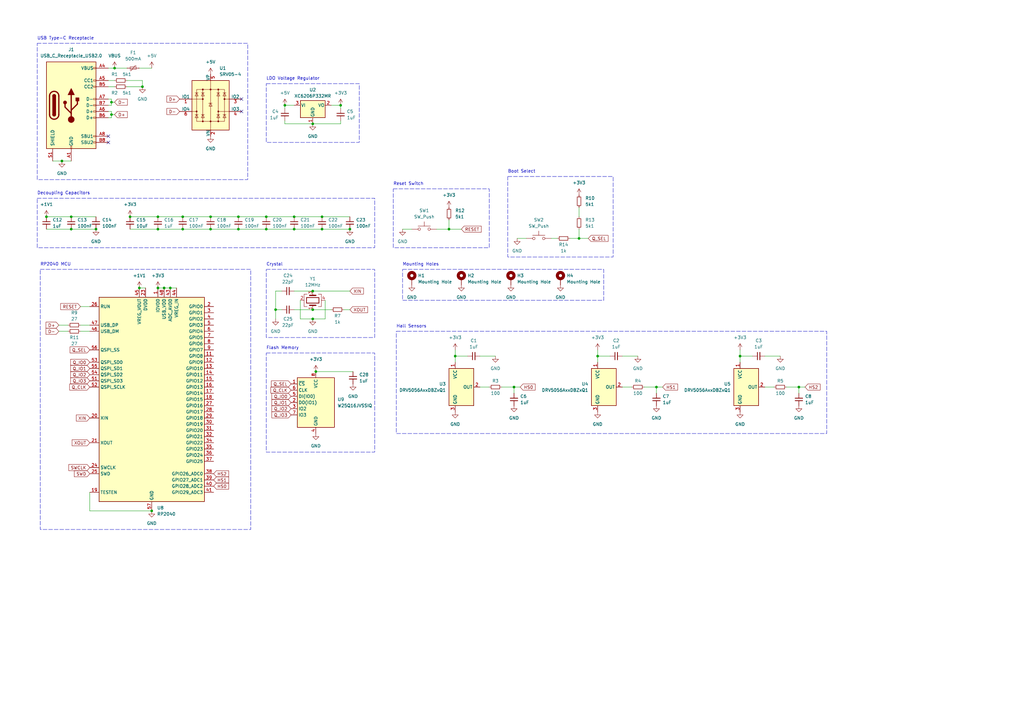
<source format=kicad_sch>
(kicad_sch (version 20231120) (generator "eeschema") (generator_version "8.0")
  (paper "A3")
  (title_block (title "Cloverpad HE") (rev "1"))
  (lib_symbols
    (symbol "Connector:USB_C_Receptacle_USB2.0" (pin_names (offset 1.016))
      (property "Reference" "J" (at -10.16 19.05 0))
      (property "Value" "USB_C_Receptacle_USB2.0" (at 19.05 19.05 0))
      (symbol "USB_C_Receptacle_USB2.0_1_1"
        (pin passive line (at 0 -22.86 90) (length 5.08) (name "GND") (number "A1"))
        (pin passive line (at 0 -22.86 90) (length 5.08) hide (name "GND") (number "A12"))
        (pin passive line (at 15.24 15.24 180) (length 5.08) (name "VBUS") (number "A4"))
        (pin bidirectional line (at 15.24 10.16 180) (length 5.08) (name "CC1") (number "A5"))
        (pin bidirectional line (at 15.24 -2.54 180) (length 5.08) (name "D+") (number "A6"))
        (pin bidirectional line (at 15.24 2.54 180) (length 5.08) (name "D-") (number "A7"))
        (pin bidirectional line (at 15.24 -12.7 180) (length 5.08) (name "SBU1") (number "A8"))
        (pin passive line (at 15.24 15.24 180) (length 5.08) hide (name "VBUS") (number "A9"))
        (pin passive line (at 0 -22.86 90) (length 5.08) hide (name "GND") (number "B1"))
        (pin passive line (at 0 -22.86 90) (length 5.08) hide (name "GND") (number "B12"))
        (pin passive line (at 15.24 15.24 180) (length 5.08) hide (name "VBUS") (number "B4"))
        (pin bidirectional line (at 15.24 7.62 180) (length 5.08) (name "CC2") (number "B5"))
        (pin bidirectional line (at 15.24 -5.08 180) (length 5.08) (name "D+") (number "B6"))
        (pin bidirectional line (at 15.24 0 180) (length 5.08) (name "D-") (number "B7"))
        (pin bidirectional line (at 15.24 -15.24 180) (length 5.08) (name "SBU2") (number "B8"))
        (pin passive line (at 15.24 15.24 180) (length 5.08) hide (name "VBUS") (number "B9"))
        (pin passive line (at -7.62 -22.86 90) (length 5.08) (name "SHIELD") (number "S1"))
      )
    )
    (symbol "Custom:DRV5056AxxDBZxQ1"
      (property "Reference" "U" (at 2.54 12.7 0))
      (property "Value" "DRV5056AxxDBZxQ1" (at 2.54 10.16 0))
      (symbol "DRV5056AxxDBZxQ1_1_1"
        (pin power_in line (at -2.54 10.16 270) (length 2.54) (name "VCC") (number "1"))
        (pin output line (at 7.62 0 180) (length 2.54) (name "OUT") (number "2"))
        (pin power_in line (at -2.54 -10.16 90) (length 2.54) (name "GND") (number "3"))
      )
    )
    (symbol "Device:C_Small" (pin_numbers hide) (pin_names (offset 0.254) hide)
      (property "Reference" "C" (at 0.254 1.778 0))
      (property "Value" "C_Small" (at 0.254 -2.032 0))
      (symbol "C_Small_1_1"
        (pin passive line (at 0 2.54 270) (length 2.032) (name "~") (number "1"))
        (pin passive line (at 0 -2.54 90) (length 2.032) (name "~") (number "2"))
      )
    )
    (symbol "Device:Crystal_GND24" (pin_names (offset 1.016) hide)
      (property "Reference" "Y" (at 3.175 5.08 0))
      (property "Value" "Crystal_GND24" (at 3.175 3.175 0))
      (symbol "Crystal_GND24_1_1"
        (pin passive line (at -3.81 0 0) (length 1.27) (name "1") (number "1"))
        (pin passive line (at 0 5.08 270) (length 1.27) (name "2") (number "2"))
        (pin passive line (at 3.81 0 180) (length 1.27) (name "3") (number "3"))
        (pin passive line (at 0 -5.08 90) (length 1.27) (name "4") (number "4"))
      )
    )
    (symbol "Device:Polyfuse_Small" (pin_numbers hide) (pin_names (offset 0))
      (property "Reference" "F" (at -1.905 0 90))
      (property "Value" "Polyfuse_Small" (at 1.905 0 90))
      (symbol "Polyfuse_Small_1_1"
        (pin passive line (at 0 2.54 270) (length 0.635) (name "~") (number "1"))
        (pin passive line (at 0 -2.54 90) (length 0.635) (name "~") (number "2"))
      )
    )
    (symbol "Device:R_Small" (pin_numbers hide) (pin_names (offset 0.254) hide)
      (property "Reference" "R" (at 0.762 0.508 0))
      (property "Value" "R_Small" (at 0.762 -1.016 0))
      (symbol "R_Small_1_1"
        (pin passive line (at 0 2.54 270) (length 0.762) (name "~") (number "1"))
        (pin passive line (at 0 -2.54 90) (length 0.762) (name "~") (number "2"))
      )
    )
    (symbol "MCU_RaspberryPi:RP2040"
      (property "Reference" "U" (at 17.78 45.72 0))
      (property "Value" "RP2040" (at 17.78 43.18 0))
      (symbol "RP2040_1_1"
        (pin power_in line (at 2.54 45.72 270) (length 3.81) (name "IOVDD") (number "1"))
        (pin passive line (at 2.54 45.72 270) (length 3.81) hide (name "IOVDD") (number "10"))
        (pin bidirectional line (at 25.4 17.78 180) (length 3.81) (name "GPIO8") (number "11"))
        (pin bidirectional line (at 25.4 15.24 180) (length 3.81) (name "GPIO9") (number "12"))
        (pin bidirectional line (at 25.4 12.7 180) (length 3.81) (name "GPIO10") (number "13"))
        (pin bidirectional line (at 25.4 10.16 180) (length 3.81) (name "GPIO11") (number "14"))
        (pin bidirectional line (at 25.4 7.62 180) (length 3.81) (name "GPIO12") (number "15"))
        (pin bidirectional line (at 25.4 5.08 180) (length 3.81) (name "GPIO13") (number "16"))
        (pin bidirectional line (at 25.4 2.54 180) (length 3.81) (name "GPIO14") (number "17"))
        (pin bidirectional line (at 25.4 0 180) (length 3.81) (name "GPIO15") (number "18"))
        (pin input line (at -25.4 -38.1 0) (length 3.81) (name "TESTEN") (number "19"))
        (pin bidirectional line (at 25.4 38.1 180) (length 3.81) (name "GPIO0") (number "2"))
        (pin input line (at -25.4 -7.62 0) (length 3.81) (name "XIN") (number "20"))
        (pin passive line (at -25.4 -17.78 0) (length 3.81) (name "XOUT") (number "21"))
        (pin passive line (at 2.54 45.72 270) (length 3.81) hide (name "IOVDD") (number "22"))
        (pin power_in line (at -2.54 45.72 270) (length 3.81) (name "DVDD") (number "23"))
        (pin input line (at -25.4 -27.94 0) (length 3.81) (name "SWCLK") (number "24"))
        (pin bidirectional line (at -25.4 -30.48 0) (length 3.81) (name "SWD") (number "25"))
        (pin input line (at -25.4 38.1 0) (length 3.81) (name "RUN") (number "26"))
        (pin bidirectional line (at 25.4 -2.54 180) (length 3.81) (name "GPIO16") (number "27"))
        (pin bidirectional line (at 25.4 -5.08 180) (length 3.81) (name "GPIO17") (number "28"))
        (pin bidirectional line (at 25.4 -7.62 180) (length 3.81) (name "GPIO18") (number "29"))
        (pin bidirectional line (at 25.4 35.56 180) (length 3.81) (name "GPIO1") (number "3"))
        (pin bidirectional line (at 25.4 -10.16 180) (length 3.81) (name "GPIO19") (number "30"))
        (pin bidirectional line (at 25.4 -12.7 180) (length 3.81) (name "GPIO20") (number "31"))
        (pin bidirectional line (at 25.4 -15.24 180) (length 3.81) (name "GPIO21") (number "32"))
        (pin passive line (at 2.54 45.72 270) (length 3.81) hide (name "IOVDD") (number "33"))
        (pin bidirectional line (at 25.4 -17.78 180) (length 3.81) (name "GPIO22") (number "34"))
        (pin bidirectional line (at 25.4 -20.32 180) (length 3.81) (name "GPIO23") (number "35"))
        (pin bidirectional line (at 25.4 -22.86 180) (length 3.81) (name "GPIO24") (number "36"))
        (pin bidirectional line (at 25.4 -25.4 180) (length 3.81) (name "GPIO25") (number "37"))
        (pin bidirectional line (at 25.4 -30.48 180) (length 3.81) (name "GPIO26_ADC0") (number "38"))
        (pin bidirectional line (at 25.4 -33.02 180) (length 3.81) (name "GPIO27_ADC1") (number "39"))
        (pin bidirectional line (at 25.4 33.02 180) (length 3.81) (name "GPIO2") (number "4"))
        (pin bidirectional line (at 25.4 -35.56 180) (length 3.81) (name "GPIO28_ADC2") (number "40"))
        (pin bidirectional line (at 25.4 -38.1 180) (length 3.81) (name "GPIO29_ADC3") (number "41"))
        (pin passive line (at 2.54 45.72 270) (length 3.81) hide (name "IOVDD") (number "42"))
        (pin power_in line (at 7.62 45.72 270) (length 3.81) (name "ADC_AVDD") (number "43"))
        (pin power_in line (at 10.16 45.72 270) (length 3.81) (name "VREG_IN") (number "44"))
        (pin power_out line (at -5.08 45.72 270) (length 3.81) (name "VREG_VOUT") (number "45"))
        (pin bidirectional line (at -25.4 27.94 0) (length 3.81) (name "USB_DM") (number "46"))
        (pin bidirectional line (at -25.4 30.48 0) (length 3.81) (name "USB_DP") (number "47"))
        (pin power_in line (at 5.08 45.72 270) (length 3.81) (name "USB_VDD") (number "48"))
        (pin passive line (at 2.54 45.72 270) (length 3.81) hide (name "IOVDD") (number "49"))
        (pin bidirectional line (at 25.4 30.48 180) (length 3.81) (name "GPIO3") (number "5"))
        (pin passive line (at -2.54 45.72 270) (length 3.81) hide (name "DVDD") (number "50"))
        (pin bidirectional line (at -25.4 7.62 0) (length 3.81) (name "QSPI_SD3") (number "51"))
        (pin output line (at -25.4 5.08 0) (length 3.81) (name "QSPI_SCLK") (number "52"))
        (pin bidirectional line (at -25.4 15.24 0) (length 3.81) (name "QSPI_SD0") (number "53"))
        (pin bidirectional line (at -25.4 10.16 0) (length 3.81) (name "QSPI_SD2") (number "54"))
        (pin bidirectional line (at -25.4 12.7 0) (length 3.81) (name "QSPI_SD1") (number "55"))
        (pin bidirectional line (at -25.4 20.32 0) (length 3.81) (name "QSPI_SS") (number "56"))
        (pin power_in line (at 0 -45.72 90) (length 3.81) (name "GND") (number "57"))
        (pin bidirectional line (at 25.4 27.94 180) (length 3.81) (name "GPIO4") (number "6"))
        (pin bidirectional line (at 25.4 25.4 180) (length 3.81) (name "GPIO5") (number "7"))
        (pin bidirectional line (at 25.4 22.86 180) (length 3.81) (name "GPIO6") (number "8"))
        (pin bidirectional line (at 25.4 20.32 180) (length 3.81) (name "GPIO7") (number "9"))
      )
    )
    (symbol "Mechanical:MountingHole_Pad" (pin_numbers hide) (pin_names (offset 1.016) hide)
      (property "Reference" "H" (at 0 6.35 0))
      (property "Value" "MountingHole_Pad" (at 0 4.445 0))
      (symbol "MountingHole_Pad_1_1"
        (pin input line (at 0 -2.54 90) (length 2.54) (name "1") (number "1"))
      )
    )
    (symbol "Memory_Flash:W25Q128JVS"
      (property "Reference" "U" (at -8.89 8.89 0))
      (property "Value" "W25Q128JVS" (at 7.62 8.89 0))
      (symbol "W25Q128JVS_1_1"
        (pin input line (at -10.16 7.62 0) (length 2.54) (name "~{CS}") (number "1"))
        (pin bidirectional line (at -10.16 0 0) (length 2.54) (name "DO(IO1)") (number "2"))
        (pin bidirectional line (at -10.16 -2.54 0) (length 2.54) (name "IO2") (number "3"))
        (pin power_in line (at 0 -12.7 90) (length 2.54) (name "GND") (number "4"))
        (pin bidirectional line (at -10.16 2.54 0) (length 2.54) (name "DI(IO0)") (number "5"))
        (pin input line (at -10.16 5.08 0) (length 2.54) (name "CLK") (number "6"))
        (pin bidirectional line (at -10.16 -5.08 0) (length 2.54) (name "IO3") (number "7"))
        (pin power_in line (at 0 12.7 270) (length 2.54) (name "VCC") (number "8"))
      )
    )
    (symbol "PCM_marbastlib-various:SRV05-4" (pin_names (offset 0))
      (property "Reference" "U" (at -5.08 11.43 0))
      (property "Value" "SRV05-4" (at 2.54 11.43 0))
      (symbol "SRV05-4_1_1"
        (pin passive line (at -12.7 2.54 0) (length 5.08) (name "IO1") (number "1"))
        (pin passive line (at 0 -12.7 90) (length 2.54) (name "VN") (number "2"))
        (pin passive line (at 12.7 2.54 180) (length 5.08) (name "IO2") (number "3"))
        (pin passive line (at 12.7 -2.54 180) (length 5.08) (name "IO3") (number "4"))
        (pin passive line (at 0 12.7 270) (length 2.54) (name "VP") (number "5"))
        (pin passive line (at -12.7 -2.54 0) (length 5.08) (name "IO4") (number "6"))
      )
    )
    (symbol "Regulator_Linear:XC6206PxxxMR" (pin_names (offset 0.254))
      (property "Reference" "U" (at -3.81 3.175 0))
      (property "Value" "XC6206PxxxMR" (at 0 3.175 0))
      (symbol "XC6206PxxxMR_1_1"
        (pin power_in line (at 0 -7.62 90) (length 2.54) (name "GND") (number "1"))
        (pin power_out line (at 7.62 0 180) (length 2.54) (name "VO") (number "2"))
        (pin power_in line (at -7.62 0 0) (length 2.54) (name "VI") (number "3"))
      )
    )
    (symbol "Switch:SW_Push" (pin_numbers hide) (pin_names (offset 1.016) hide)
      (property "Reference" "SW" (at 1.27 2.54 0))
      (property "Value" "SW_Push" (at 0 -1.524 0))
      (symbol "SW_Push_0_1"
        (pin passive line (at -5.08 0 0) (length 2.54) (name "1") (number "1"))
        (pin passive line (at 5.08 0 180) (length 2.54) (name "2") (number "2"))
      )
    )
    (symbol "power:+1V1" (power) (pin_names (offset 0))
      (property "Value" "+1V1" (at 0 3.556 0))
      (symbol "+1V1_1_1"
        (pin power_in line (at 0 0 90) (length 0) hide (name "+1V1") (number "1"))
      )
    )
    (symbol "power:+3V3" (power) (pin_names (offset 0))
      (property "Value" "+3V3" (at 0 3.556 0))
      (symbol "+3V3_1_1"
        (pin power_in line (at 0 0 90) (length 0) hide (name "+3V3") (number "1"))
      )
    )
    (symbol "power:+5V" (power) (pin_names (offset 0))
      (property "Value" "+5V" (at 0 3.556 0))
      (symbol "+5V_1_1"
        (pin power_in line (at 0 0 90) (length 0) hide (name "+5V") (number "1"))
      )
    )
    (symbol "power:GND" (power) (pin_names (offset 0))
      (property "Value" "GND" (at 0 -3.81 0))
      (symbol "GND_1_1"
        (pin power_in line (at 0 0 270) (length 0) hide (name "GND") (number "1"))
      )
    )
    (symbol "power:VBUS" (power) (pin_names (offset 0))
      (property "Value" "VBUS" (at 0 3.81 0))
      (symbol "VBUS_1_1"
        (pin power_in line (at 0 0 90) (length 0) hide (name "VBUS") (number "1"))
      )
    )
  )
  (junction (at 129.54 152.4))
  (junction (at 25.4 66.04))
  (junction (at 120.65 93.98))
  (junction (at 245.11 146.05))
  (junction (at 19.05 88.9))
  (junction (at 57.15 118.11))
  (junction (at 184.15 93.98))
  (junction (at 132.08 88.9))
  (junction (at 53.34 88.9))
  (junction (at 132.08 93.98))
  (junction (at 128.27 130.81))
  (junction (at 74.93 88.9))
  (junction (at 113.03 127))
  (junction (at 29.21 93.98))
  (junction (at 69.85 118.11))
  (junction (at 269.24 158.75))
  (junction (at 128.27 119.38))
  (junction (at 116.84 43.18))
  (junction (at 128.27 50.8))
  (junction (at 46.99 27.94))
  (junction (at 97.79 93.98))
  (junction (at 64.77 93.98))
  (junction (at 303.53 146.05))
  (junction (at 45.72 46.99))
  (junction (at 39.37 93.98))
  (junction (at 29.21 88.9))
  (junction (at 143.51 93.98))
  (junction (at 109.22 93.98))
  (junction (at 186.69 146.05))
  (junction (at 139.7 43.18))
  (junction (at 109.22 88.9))
  (junction (at 128.27 127))
  (junction (at 120.65 88.9))
  (junction (at 327.66 158.75))
  (junction (at 86.36 88.9))
  (junction (at 64.77 88.9))
  (junction (at 58.42 35.56))
  (junction (at 64.77 118.11))
  (junction (at 45.72 41.91))
  (junction (at 74.93 93.98))
  (junction (at 67.31 118.11))
  (junction (at 237.49 97.79))
  (junction (at 86.36 93.98))
  (junction (at 210.82 158.75))
  (junction (at 97.79 88.9))
  (junction (at 62.23 209.55))
  (no_connect (at 99.06 40.64))
  (no_connect (at 44.45 58.42))
  (no_connect (at 44.45 55.88))
  (no_connect (at 99.06 45.72))
  (wire (pts (xy 109.22 93.98) (xy 120.65 93.98)))
  (wire (pts (xy 123.19 130.81) (xy 128.27 130.81)))
  (wire (pts (xy 116.84 49.53) (xy 116.84 50.8)))
  (wire (pts (xy 46.99 27.94) (xy 44.45 27.94)))
  (wire (pts (xy 74.93 88.9) (xy 86.36 88.9)))
  (wire (pts (xy 196.85 146.05) (xy 203.2 146.05)))
  (wire (pts (xy 184.15 93.98) (xy 189.23 93.98)))
  (wire (pts (xy 139.7 49.53) (xy 139.7 50.8)))
  (wire (pts (xy 132.08 88.9) (xy 143.51 88.9)))
  (wire (pts (xy 255.27 146.05) (xy 261.62 146.05)))
  (wire (pts (xy 109.22 88.9) (xy 120.65 88.9)))
  (wire (pts (xy 46.99 33.02) (xy 44.45 33.02)))
  (wire (pts (xy 139.7 43.18) (xy 139.7 44.45)))
  (wire (pts (xy 128.27 119.38) (xy 143.51 119.38)))
  (wire (pts (xy 44.45 43.18) (xy 45.72 43.18)))
  (wire (pts (xy 313.69 158.75) (xy 317.5 158.75)))
  (wire (pts (xy 322.58 158.75) (xy 327.66 158.75)))
  (wire (pts (xy 255.27 158.75) (xy 259.08 158.75)))
  (wire (pts (xy 53.34 93.98) (xy 64.77 93.98)))
  (wire (pts (xy 45.72 43.18) (xy 45.72 41.91)))
  (wire (pts (xy 57.15 27.94) (xy 62.23 27.94)))
  (wire (pts (xy 29.21 88.9) (xy 39.37 88.9)))
  (wire (pts (xy 245.11 146.05) (xy 245.11 148.59)))
  (wire (pts (xy 237.49 93.98) (xy 237.49 97.79)))
  (wire (pts (xy 67.31 118.11) (xy 69.85 118.11)))
  (wire (pts (xy 327.66 158.75) (xy 330.2 158.75)))
  (wire (pts (xy 212.09 97.79) (xy 215.9 97.79)))
  (wire (pts (xy 135.89 43.18) (xy 139.7 43.18)))
  (wire (pts (xy 36.83 209.55) (xy 62.23 209.55)))
  (wire (pts (xy 86.36 93.98) (xy 97.79 93.98)))
  (wire (pts (xy 264.16 158.75) (xy 269.24 158.75)))
  (wire (pts (xy 69.85 118.11) (xy 72.39 118.11)))
  (wire (pts (xy 44.45 40.64) (xy 45.72 40.64)))
  (wire (pts (xy 24.13 133.35) (xy 27.94 133.35)))
  (wire (pts (xy 33.02 135.89) (xy 36.83 135.89)))
  (wire (pts (xy 120.65 119.38) (xy 128.27 119.38)))
  (wire (pts (xy 303.53 146.05) (xy 303.53 148.59)))
  (wire (pts (xy 116.84 43.18) (xy 116.84 44.45)))
  (wire (pts (xy 21.59 66.04) (xy 25.4 66.04)))
  (wire (pts (xy 120.65 88.9) (xy 132.08 88.9)))
  (wire (pts (xy 120.65 127) (xy 128.27 127)))
  (wire (pts (xy 196.85 158.75) (xy 200.66 158.75)))
  (wire (pts (xy 33.02 133.35) (xy 36.83 133.35)))
  (wire (pts (xy 86.36 88.9) (xy 97.79 88.9)))
  (wire (pts (xy 210.82 158.75) (xy 213.36 158.75)))
  (wire (pts (xy 97.79 88.9) (xy 109.22 88.9)))
  (wire (pts (xy 133.35 130.81) (xy 128.27 130.81)))
  (wire (pts (xy 45.72 41.91) (xy 46.99 41.91)))
  (wire (pts (xy 233.68 97.79) (xy 237.49 97.79)))
  (wire (pts (xy 186.69 143.51) (xy 186.69 146.05)))
  (wire (pts (xy 120.65 93.98) (xy 132.08 93.98)))
  (wire (pts (xy 57.15 118.11) (xy 59.69 118.11)))
  (wire (pts (xy 44.45 45.72) (xy 45.72 45.72)))
  (wire (pts (xy 52.07 35.56) (xy 58.42 35.56)))
  (wire (pts (xy 29.21 93.98) (xy 39.37 93.98)))
  (wire (pts (xy 184.15 90.17) (xy 184.15 93.98)))
  (wire (pts (xy 245.11 146.05) (xy 250.19 146.05)))
  (wire (pts (xy 113.03 127) (xy 113.03 130.81)))
  (wire (pts (xy 129.54 152.4) (xy 144.78 152.4)))
  (wire (pts (xy 123.19 123.19) (xy 123.19 130.81)))
  (wire (pts (xy 64.77 118.11) (xy 67.31 118.11)))
  (wire (pts (xy 25.4 66.04) (xy 29.21 66.04)))
  (wire (pts (xy 19.05 88.9) (xy 29.21 88.9)))
  (wire (pts (xy 36.83 201.93) (xy 36.83 209.55)))
  (wire (pts (xy 44.45 35.56) (xy 46.99 35.56)))
  (wire (pts (xy 128.27 127) (xy 135.89 127)))
  (wire (pts (xy 24.13 135.89) (xy 27.94 135.89)))
  (wire (pts (xy 113.03 119.38) (xy 113.03 127)))
  (wire (pts (xy 19.05 93.98) (xy 29.21 93.98)))
  (wire (pts (xy 45.72 40.64) (xy 45.72 41.91)))
  (wire (pts (xy 186.69 146.05) (xy 186.69 148.59)))
  (wire (pts (xy 313.69 146.05) (xy 320.04 146.05)))
  (wire (pts (xy 210.82 158.75) (xy 210.82 161.29)))
  (wire (pts (xy 45.72 45.72) (xy 45.72 46.99)))
  (wire (pts (xy 269.24 158.75) (xy 271.78 158.75)))
  (wire (pts (xy 269.24 158.75) (xy 269.24 161.29)))
  (wire (pts (xy 115.57 119.38) (xy 113.03 119.38)))
  (wire (pts (xy 165.1 93.98) (xy 168.91 93.98)))
  (wire (pts (xy 33.02 125.73) (xy 36.83 125.73)))
  (wire (pts (xy 116.84 50.8) (xy 128.27 50.8)))
  (wire (pts (xy 44.45 48.26) (xy 45.72 48.26)))
  (wire (pts (xy 245.11 143.51) (xy 245.11 146.05)))
  (wire (pts (xy 303.53 143.51) (xy 303.53 146.05)))
  (wire (pts (xy 64.77 93.98) (xy 74.93 93.98)))
  (wire (pts (xy 58.42 33.02) (xy 58.42 35.56)))
  (wire (pts (xy 116.84 43.18) (xy 120.65 43.18)))
  (wire (pts (xy 64.77 88.9) (xy 74.93 88.9)))
  (wire (pts (xy 139.7 50.8) (xy 128.27 50.8)))
  (wire (pts (xy 133.35 123.19) (xy 133.35 130.81)))
  (wire (pts (xy 97.79 93.98) (xy 109.22 93.98)))
  (wire (pts (xy 179.07 93.98) (xy 184.15 93.98)))
  (wire (pts (xy 74.93 93.98) (xy 86.36 93.98)))
  (wire (pts (xy 52.07 27.94) (xy 46.99 27.94)))
  (wire (pts (xy 45.72 48.26) (xy 45.72 46.99)))
  (wire (pts (xy 205.74 158.75) (xy 210.82 158.75)))
  (wire (pts (xy 53.34 88.9) (xy 64.77 88.9)))
  (wire (pts (xy 237.49 97.79) (xy 241.3 97.79)))
  (wire (pts (xy 186.69 146.05) (xy 191.77 146.05)))
  (wire (pts (xy 226.06 97.79) (xy 228.6 97.79)))
  (wire (pts (xy 52.07 33.02) (xy 58.42 33.02)))
  (wire (pts (xy 140.97 127) (xy 143.51 127)))
  (wire (pts (xy 303.53 146.05) (xy 308.61 146.05)))
  (wire (pts (xy 237.49 85.09) (xy 237.49 88.9)))
  (wire (pts (xy 327.66 158.75) (xy 327.66 161.29)))
  (wire (pts (xy 45.72 46.99) (xy 46.99 46.99)))
  (wire (pts (xy 113.03 127) (xy 115.57 127)))
  (wire (pts (xy 132.08 93.98) (xy 143.51 93.98)))
  (rectangle (start 109.22 110.49) (end 153.67 138.43) (stroke (width 0) (type dash)))
  (rectangle (start 109.22 34.29) (end 147.32 58.42) (stroke (width 0) (type dash)))
  (rectangle (start 165.1 110.49) (end 247.65 123.19) (stroke (width 0) (type dash)))
  (rectangle (start 15.24 81.28) (end 153.67 101.6) (stroke (width 0) (type dash)))
  (rectangle (start 109.22 144.78) (end 153.67 185.42) (stroke (width 0) (type dash)))
  (rectangle (start 162.56 135.89) (end 339.09 177.8) (stroke (width 0) (type dash)))
  (rectangle (start 15.24 17.78) (end 101.6 73.66) (stroke (width 0) (type dash)))
  (rectangle (start 161.29 77.47) (end 200.66 101.6) (stroke (width 0) (type dash)))
  (rectangle (start 16.51 110.49) (end 102.87 217.17) (stroke (width 0) (type dash)))
  (rectangle (start 208.28 72.39) (end 251.46 105.41) (stroke (width 0) (type dash)))
  (text "Reset Switch" (at 161.29 76.2 0) (effects (font (size 1.27 1.27)) (justify left bottom)))
  (text "USB Type-C Receptacle" (at 15.24 16.51 0) (effects (font (size 1.27 1.27)) (justify left bottom)))
  (text "Mounting Holes" (at 165.1 109.22 0) (effects (font (size 1.27 1.27)) (justify left bottom)))
  (text "Decoupling Capacitors" (at 15.24 80.01 0) (effects (font (size 1.27 1.27)) (justify left bottom)))
  (text "LDO Voltage Regulator" (at 109.22 33.02 0) (effects (font (size 1.27 1.27)) (justify left bottom)))
  (text "Hall Sensors" (at 162.56 134.62 0) (effects (font (size 1.27 1.27)) (justify left bottom)))
  (text "RP2040 MCU" (at 16.51 109.22 0) (effects (font (size 1.27 1.27)) (justify left bottom)))
  (text "Flash Memory" (at 109.22 143.51 0) (effects (font (size 1.27 1.27)) (justify left bottom)))
  (text "Boot Select" (at 208.28 71.12 0) (effects (font (size 1.27 1.27)) (justify left bottom)))
  (text "Crystal" (at 109.22 109.22 0) (effects (font (size 1.27 1.27)) (justify left bottom)))
  (global_label "D+" (shape input) (at 73.66 40.64 180) (property "Intersheetrefs" "${INTERSHEET_REFS}" (effects (hide yes))))
  (global_label "Q_SEL" (shape input) (at 241.3 97.79 0) (property "Intersheetrefs" "${INTERSHEET_REFS}" (effects (hide yes))))
  (global_label "XIN" (shape input) (at 36.83 171.45 180) (property "Intersheetrefs" "${INTERSHEET_REFS}" (effects (hide yes))))
  (global_label "XIN" (shape input) (at 143.51 119.38 0) (property "Intersheetrefs" "${INTERSHEET_REFS}" (effects (hide yes))))
  (global_label "D-" (shape input) (at 46.99 41.91 0) (property "Intersheetrefs" "${INTERSHEET_REFS}" (effects (hide yes))))
  (global_label "HS2" (shape input) (at 330.2 158.75 0) (property "Intersheetrefs" "${INTERSHEET_REFS}" (effects (hide yes))))
  (global_label "RESET" (shape input) (at 189.23 93.98 0) (property "Intersheetrefs" "${INTERSHEET_REFS}" (effects (hide yes))))
  (global_label "D-" (shape input) (at 73.66 45.72 180) (property "Intersheetrefs" "${INTERSHEET_REFS}" (effects (hide yes))))
  (global_label "Q_CLK" (shape input) (at 119.38 160.02 180) (property "Intersheetrefs" "${INTERSHEET_REFS}" (effects (hide yes))))
  (global_label "HS2" (shape input) (at 87.63 194.31 0) (property "Intersheetrefs" "${INTERSHEET_REFS}" (effects (hide yes))))
  (global_label "HS1" (shape input) (at 87.63 196.85 0) (property "Intersheetrefs" "${INTERSHEET_REFS}" (effects (hide yes))))
  (global_label "XOUT" (shape input) (at 143.51 127 0) (property "Intersheetrefs" "${INTERSHEET_REFS}" (effects (hide yes))))
  (global_label "Q_IO0" (shape input) (at 36.83 148.59 180) (property "Intersheetrefs" "${INTERSHEET_REFS}" (effects (hide yes))))
  (global_label "Q_IO3" (shape input) (at 119.38 170.18 180) (property "Intersheetrefs" "${INTERSHEET_REFS}" (effects (hide yes))))
  (global_label "Q_IO0" (shape input) (at 119.38 162.56 180) (property "Intersheetrefs" "${INTERSHEET_REFS}" (effects (hide yes))))
  (global_label "D+" (shape input) (at 24.13 133.35 180) (property "Intersheetrefs" "${INTERSHEET_REFS}" (effects (hide yes))))
  (global_label "RESET" (shape input) (at 33.02 125.73 180) (property "Intersheetrefs" "${INTERSHEET_REFS}" (effects (hide yes))))
  (global_label "Q_SEL" (shape input) (at 36.83 143.51 180) (property "Intersheetrefs" "${INTERSHEET_REFS}" (effects (hide yes))))
  (global_label "Q_IO1" (shape input) (at 119.38 165.1 180) (property "Intersheetrefs" "${INTERSHEET_REFS}" (effects (hide yes))))
  (global_label "Q_SEL" (shape input) (at 119.38 157.48 180) (property "Intersheetrefs" "${INTERSHEET_REFS}" (effects (hide yes))))
  (global_label "Q_CLK" (shape input) (at 36.83 158.75 180) (property "Intersheetrefs" "${INTERSHEET_REFS}" (effects (hide yes))))
  (global_label "SWCLK" (shape input) (at 36.83 191.77 180) (property "Intersheetrefs" "${INTERSHEET_REFS}" (effects (hide yes))))
  (global_label "HS0" (shape input) (at 213.36 158.75 0) (property "Intersheetrefs" "${INTERSHEET_REFS}" (effects (hide yes))))
  (global_label "SWD" (shape input) (at 36.83 194.31 180) (property "Intersheetrefs" "${INTERSHEET_REFS}" (effects (hide yes))))
  (global_label "D-" (shape input) (at 24.13 135.89 180) (property "Intersheetrefs" "${INTERSHEET_REFS}" (effects (hide yes))))
  (global_label "HS0" (shape input) (at 87.63 199.39 0) (property "Intersheetrefs" "${INTERSHEET_REFS}" (effects (hide yes))))
  (global_label "Q_IO2" (shape input) (at 119.38 167.64 180) (property "Intersheetrefs" "${INTERSHEET_REFS}" (effects (hide yes))))
  (global_label "XOUT" (shape input) (at 36.83 181.61 180) (property "Intersheetrefs" "${INTERSHEET_REFS}" (effects (hide yes))))
  (global_label "Q_IO1" (shape input) (at 36.83 151.13 180) (property "Intersheetrefs" "${INTERSHEET_REFS}" (effects (hide yes))))
  (global_label "Q_IO2" (shape input) (at 36.83 153.67 180) (property "Intersheetrefs" "${INTERSHEET_REFS}" (effects (hide yes))))
  (global_label "HS1" (shape input) (at 271.78 158.75 0) (property "Intersheetrefs" "${INTERSHEET_REFS}" (effects (hide yes))))
  (global_label "Q_IO3" (shape input) (at 36.83 156.21 180) (property "Intersheetrefs" "${INTERSHEET_REFS}" (effects (hide yes))))
  (global_label "D+" (shape input) (at 46.99 46.99 0) (property "Intersheetrefs" "${INTERSHEET_REFS}" (effects (hide yes))))
  (symbol (lib_id "power:GND") (at 269.24 166.37 0) (unit 1)
    (property "Reference" "#PWR015" (effects (hide yes)))
    (property "Value" "GND" (at 269.24 171.45 0))
  )
  (symbol (lib_id "power:GND") (at 58.42 35.56 0) (unit 1)
    (property "Reference" "#PWR010" (effects (hide yes)))
    (property "Value" "GND" (at 58.42 40.64 0))
  )
  (symbol (lib_id "power:GND") (at 189.23 116.84 0) (unit 1)
    (property "Reference" "#PWR059" (effects (hide yes)))
    (property "Value" "GND" (at 189.23 121.92 0))
  )
  (symbol (lib_id "Device:C_Small") (at 269.24 163.83 180) (unit 1)
    (property "Reference" "C7" (at 271.78 162.5536 0) (effects (justify right)))
    (property "Value" "1uF" (at 271.78 165.0936 0) (effects (justify right)))
    (property "Footprint" "Capacitor_SMD:C_0402_1005Metric" (effects (hide yes)))
    (property "LCSC" "C52923" (effects (hide yes)))
  )
  (symbol (lib_id "Device:C_Small") (at 194.31 146.05 90) (unit 1)
    (property "Reference" "C1" (at 194.3163 139.7 90))
    (property "Value" "1uF" (at 194.3163 142.24 90))
    (property "Footprint" "Capacitor_SMD:C_0402_1005Metric" (effects (hide yes)))
    (property "LCSC" "C52923" (effects (hide yes)))
  )
  (symbol (lib_id "power:GND") (at 62.23 209.55 0) (unit 1)
    (property "Reference" "#PWR057" (effects (hide yes)))
    (property "Value" "GND" (at 62.23 214.63 0))
  )
  (symbol (lib_id "Device:C_Small") (at 120.65 91.44 0) (unit 1)
    (property "Reference" "C21" (at 123.19 90.1763 0) (effects (justify left)))
    (property "Value" "100nF" (at 123.19 92.7163 0) (effects (justify left)))
    (property "Footprint" "Capacitor_SMD:C_0402_1005Metric" (effects (hide yes)))
    (property "LCSC" "C1525" (effects (hide yes)))
  )
  (symbol (lib_id "power:GND") (at 209.55 116.84 0) (unit 1)
    (property "Reference" "#PWR060" (effects (hide yes)))
    (property "Value" "GND" (at 209.55 121.92 0))
  )
  (symbol (lib_id "power:GND") (at 25.4 66.04 0) (unit 1)
    (property "Reference" "#PWR021" (effects (hide yes)))
    (property "Value" "GND" (at 25.4 71.12 0))
  )
  (symbol (lib_id "Switch:SW_Push") (at 173.99 93.98 0) (unit 1)
    (property "Reference" "SW1" (at 173.99 86.36 0))
    (property "Value" "SW_Push" (at 173.99 88.9 0))
    (property "Footprint" "Button_Switch_SMD:SW_SPST_TL3342" (effects (hide yes)))
    (property "LCSC" "C318884" (effects (hide yes)))
  )
  (symbol (lib_id "Device:C_Small") (at 210.82 163.83 180) (unit 1)
    (property "Reference" "C6" (at 213.36 162.5536 0) (effects (justify right)))
    (property "Value" "1uF" (at 213.36 165.0936 0) (effects (justify right)))
    (property "Footprint" "Capacitor_SMD:C_0402_1005Metric" (effects (hide yes)))
    (property "LCSC" "C52923" (effects (hide yes)))
  )
  (symbol (lib_id "power:GND") (at 113.03 130.81 0) (unit 1)
    (property "Reference" "#PWR041" (effects (hide yes)))
    (property "Value" "GND" (at 113.03 135.89 0))
  )
  (symbol (lib_id "Device:C_Small") (at 118.11 127 90) (mirror x) (unit 1)
    (property "Reference" "C25" (at 118.11 130.81 90))
    (property "Value" "22pF" (at 118.1037 133.35 90))
    (property "Footprint" "Capacitor_SMD:C_0402_1005Metric" (effects (hide yes)))
    (property "LCSC" "C1555" (effects (hide yes)))
  )
  (symbol (lib_id "power:GND") (at 203.2 146.05 0) (unit 1)
    (property "Reference" "#PWR07" (effects (hide yes)))
    (property "Value" "GND" (at 203.2 151.13 0))
  )
  (symbol (lib_id "Regulator_Linear:XC6206PxxxMR") (at 128.27 43.18 0) (unit 1)
    (property "Reference" "U2" (at 128.27 36.83 0))
    (property "Value" "XC6206P332MR" (at 128.27 39.37 0))
    (property "Footprint" "Package_TO_SOT_SMD:SOT-23-3" (effects (hide yes)))
    (property "Datasheet" "https://www.torexsemi.com/file/xc6206/XC6206.pdf" (effects (hide yes)))
    (property "LCSC" "C5446" (effects (hide yes)))
  )
  (symbol (lib_id "power:GND") (at 210.82 166.37 0) (unit 1)
    (property "Reference" "#PWR014" (effects (hide yes)))
    (property "Value" "GND" (at 210.82 171.45 0))
  )
  (symbol (lib_id "power:+5V") (at 62.23 27.94 0) (unit 1)
    (property "Reference" "#PWR02" (effects (hide yes)))
    (property "Value" "+5V" (at 62.23 22.86 0))
  )
  (symbol (lib_id "Custom:DRV5056AxxDBZxQ1") (at 189.23 158.75 0) (unit 1)
    (property "Reference" "U3" (at 182.88 157.4799 0) (effects (justify right)))
    (property "Value" "DRV5056AxxDBZxQ1" (at 182.88 160.0199 0) (effects (justify right)))
    (property "Footprint" "Package_TO_SOT_SMD:SOT-23" (effects (hide yes)))
    (property "Datasheet" "https://www.ti.com/lit/ds/symlink/drv5056.pdf" (effects (hide yes)))
    (property "Description" "20/39/79/158-mT, 20-kHz, 3.3/5V, SOT-23" (effects (hide yes)))
    (property "LCSC" "C2152965" (effects (hide yes)))
  )
  (symbol (lib_id "power:GND") (at 128.27 50.8 0) (unit 1)
    (property "Reference" "#PWR013" (effects (hide yes)))
    (property "Value" "GND" (at 128.27 55.88 0))
  )
  (symbol (lib_id "Device:R_Small") (at 184.15 87.63 0) (unit 1)
    (property "Reference" "R12" (at 186.69 86.36 0) (effects (justify left)))
    (property "Value" "5k1" (at 186.69 88.9 0) (effects (justify left)))
    (property "Footprint" "Resistor_SMD:R_0402_1005Metric" (effects (hide yes)))
    (property "LCSC" "C25905" (effects (hide yes)))
  )
  (symbol (lib_id "Device:C_Small") (at 29.21 91.44 0) (unit 1)
    (property "Reference" "C13" (at 31.75 90.1763 0) (effects (justify left)))
    (property "Value" "100nF" (at 31.75 92.7163 0) (effects (justify left)))
    (property "Footprint" "Capacitor_SMD:C_0402_1005Metric" (effects (hide yes)))
    (property "LCSC" "C1525" (effects (hide yes)))
  )
  (symbol (lib_id "Device:R_Small") (at 231.14 97.79 90) (unit 1)
    (property "Reference" "R14" (at 231.14 100.33 90))
    (property "Value" "1k" (at 231.14 102.87 90))
    (property "Footprint" "Resistor_SMD:R_0402_1005Metric" (effects (hide yes)))
    (property "LCSC" "C11702" (effects (hide yes)))
  )
  (symbol (lib_id "Device:C_Small") (at 86.36 91.44 0) (unit 1)
    (property "Reference" "C18" (at 88.9 90.1763 0) (effects (justify left)))
    (property "Value" "100nF" (at 88.9 92.7163 0) (effects (justify left)))
    (property "Footprint" "Capacitor_SMD:C_0402_1005Metric" (effects (hide yes)))
    (property "LCSC" "C1525" (effects (hide yes)))
  )
  (symbol (lib_id "power:GND") (at 303.53 168.91 0) (unit 1)
    (property "Reference" "#PWR019" (effects (hide yes)))
    (property "Value" "GND" (at 303.53 173.99 0))
  )
  (symbol (lib_id "Device:Crystal_GND24") (at 128.27 123.19 90) (unit 1)
    (property "Reference" "Y1" (at 128.27 114.3 90))
    (property "Value" "12MHz" (at 128.27 116.84 90))
    (property "Footprint" "Crystal:Crystal_SMD_3225-4Pin_3.2x2.5mm" (effects (hide yes)))
    (property "LCSC" "C9002" (effects (hide yes)))
  )
  (symbol (lib_id "power:+5V") (at 86.36 30.48 0) (unit 1)
    (property "Reference" "#PWR06" (effects (hide yes)))
    (property "Value" "+5V" (at 86.36 25.4 0))
  )
  (symbol (lib_id "power:+3V3") (at 139.7 43.18 0) (unit 1)
    (property "Reference" "#PWR012" (effects (hide yes)))
    (property "Value" "+3V3" (at 139.7 38.1 0))
  )
  (symbol (lib_id "Device:C_Small") (at 116.84 46.99 0) (mirror y) (unit 1)
    (property "Reference" "C4" (at 114.3 45.7263 0) (effects (justify left)))
    (property "Value" "1uF" (at 114.3 48.2663 0) (effects (justify left)))
    (property "Footprint" "Capacitor_SMD:C_0402_1005Metric" (effects (hide yes)))
    (property "LCSC" "C52923" (effects (hide yes)))
  )
  (symbol (lib_id "Device:C_Small") (at 252.73 146.05 90) (unit 1)
    (property "Reference" "C2" (at 252.7363 139.7 90))
    (property "Value" "1uF" (at 252.7363 142.24 90))
    (property "Footprint" "Capacitor_SMD:C_0402_1005Metric" (effects (hide yes)))
    (property "LCSC" "C52923" (effects (hide yes)))
  )
  (symbol (lib_id "Device:R_Small") (at 237.49 82.55 0) (unit 1)
    (property "Reference" "R10" (at 240.03 81.28 0) (effects (justify left)))
    (property "Value" "5k1" (at 240.03 83.82 0) (effects (justify left)))
    (property "Footprint" "Resistor_SMD:R_0402_1005Metric" (effects (hide yes)))
    (property "LCSC" "C25905" (effects (hide yes)))
  )
  (symbol (lib_id "Mechanical:MountingHole_Pad") (at 189.23 114.3 0) (unit 1) (in_bom no)
    (property "Reference" "H2" (at 191.77 113.03 0) (effects (justify left)))
    (property "Value" "Mounting Hole" (at 191.77 115.57 0) (effects (justify left)))
    (property "Footprint" "MountingHole:MountingHole_2.2mm_M2_Pad" (effects (hide yes)))
  )
  (symbol (lib_id "PCM_marbastlib-various:SRV05-4") (at 86.36 43.18 0) (unit 1)
    (property "Reference" "U1" (at 89.9861 27.94 0) (effects (justify left)))
    (property "Value" "SRV05-4" (at 89.9861 30.48 0) (effects (justify left)))
    (property "Footprint" "PCM_marbastlib-various:SOT-23-6-routable" (effects (hide yes)))
    (property "Datasheet" "http://www.onsemi.com/pub/Collateral/SRV05-4-D.PDF" (effects (hide yes)))
    (property "LCSC" "C2836319" (effects (hide yes)))
  )
  (symbol (lib_id "Device:Polyfuse_Small") (at 54.61 27.94 270) (unit 1)
    (property "Reference" "F1" (at 54.61 21.59 90))
    (property "Value" "500mA" (at 54.61 24.13 90))
    (property "Footprint" "Fuse:Fuse_1206_3216Metric" (effects (hide yes)))
    (property "LCSC" "C170165" (effects (hide yes)))
  )
  (symbol (lib_id "Device:R_Small") (at 203.2 158.75 90) (unit 1)
    (property "Reference" "R3" (at 203.2 156.21 90))
    (property "Value" "100" (at 203.2 161.29 90))
    (property "Footprint" "Resistor_SMD:R_0402_1005Metric" (effects (hide yes)))
    (property "LCSC" "C25076" (effects (hide yes)))
  )
  (symbol (lib_id "Device:C_Small") (at 327.66 163.83 180) (unit 1)
    (property "Reference" "C8" (at 330.2 162.5536 0) (effects (justify right)))
    (property "Value" "1uF" (at 330.2 165.0936 0) (effects (justify right)))
    (property "Footprint" "Capacitor_SMD:C_0402_1005Metric" (effects (hide yes)))
    (property "LCSC" "C52923" (effects (hide yes)))
  )
  (symbol (lib_id "Device:R_Small") (at 30.48 133.35 90) (unit 1)
    (property "Reference" "R9" (at 30.48 128.27 90))
    (property "Value" "27" (at 30.48 130.81 90))
    (property "Footprint" "Resistor_SMD:R_0402_1005Metric" (effects (hide yes)))
    (property "LCSC" "C25100" (effects (hide yes)))
  )
  (symbol (lib_id "power:GND") (at 245.11 168.91 0) (unit 1)
    (property "Reference" "#PWR018" (effects (hide yes)))
    (property "Value" "GND" (at 245.11 173.99 0))
  )
  (symbol (lib_id "power:GND") (at 39.37 93.98 0) (unit 1)
    (property "Reference" "#PWR032" (effects (hide yes)))
    (property "Value" "GND" (at 39.37 99.06 0))
  )
  (symbol (lib_id "Custom:DRV5056AxxDBZxQ1") (at 306.07 158.75 0) (unit 1)
    (property "Reference" "U5" (at 299.72 157.4799 0) (effects (justify right)))
    (property "Value" "DRV5056AxxDBZxQ1" (at 299.72 160.0199 0) (effects (justify right)))
    (property "Footprint" "Package_TO_SOT_SMD:SOT-23" (effects (hide yes)))
    (property "Datasheet" "https://www.ti.com/lit/ds/symlink/drv5056.pdf" (effects (hide yes)))
    (property "Description" "20/39/79/158-mT, 20-kHz, 3.3/5V, SOT-23" (effects (hide yes)))
    (property "LCSC" "C2152965" (effects (hide yes)))
  )
  (symbol (lib_id "power:+5V") (at 116.84 43.18 0) (unit 1)
    (property "Reference" "#PWR011" (effects (hide yes)))
    (property "Value" "+5V" (at 116.84 38.1 0))
  )
  (symbol (lib_id "Device:C_Small") (at 97.79 91.44 0) (unit 1)
    (property "Reference" "C19" (at 100.33 90.1763 0) (effects (justify left)))
    (property "Value" "100nF" (at 100.33 92.7163 0) (effects (justify left)))
    (property "Footprint" "Capacitor_SMD:C_0402_1005Metric" (effects (hide yes)))
    (property "LCSC" "C1525" (effects (hide yes)))
  )
  (symbol (lib_id "Mechanical:MountingHole_Pad") (at 209.55 114.3 0) (unit 1) (in_bom no)
    (property "Reference" "H3" (at 212.09 113.03 0) (effects (justify left)))
    (property "Value" "Mounting Hole" (at 212.09 115.57 0) (effects (justify left)))
    (property "Footprint" "MountingHole:MountingHole_2.2mm_M2_Pad" (effects (hide yes)))
  )
  (symbol (lib_id "Device:C_Small") (at 74.93 91.44 0) (unit 1)
    (property "Reference" "C17" (at 77.47 90.1763 0) (effects (justify left)))
    (property "Value" "100nF" (at 77.47 92.7163 0) (effects (justify left)))
    (property "Footprint" "Capacitor_SMD:C_0402_1005Metric" (effects (hide yes)))
    (property "LCSC" "C1525" (effects (hide yes)))
  )
  (symbol (lib_id "power:+1V1") (at 57.15 118.11 0) (unit 1)
    (property "Reference" "#PWR038" (effects (hide yes)))
    (property "Value" "+1V1" (at 57.15 113.03 0))
  )
  (symbol (lib_id "power:GND") (at 327.66 166.37 0) (unit 1)
    (property "Reference" "#PWR016" (effects (hide yes)))
    (property "Value" "GND" (at 327.66 171.45 0))
  )
  (symbol (lib_id "power:VBUS") (at 46.99 27.94 0) (unit 1)
    (property "Reference" "#PWR01" (effects (hide yes)))
    (property "Value" "VBUS" (at 46.99 22.86 0))
  )
  (symbol (lib_id "Device:C_Small") (at 109.22 91.44 0) (unit 1)
    (property "Reference" "C20" (at 111.76 90.1763 0) (effects (justify left)))
    (property "Value" "100nF" (at 111.76 92.7163 0) (effects (justify left)))
    (property "Footprint" "Capacitor_SMD:C_0402_1005Metric" (effects (hide yes)))
    (property "LCSC" "C1525" (effects (hide yes)))
  )
  (symbol (lib_id "power:+3V3") (at 184.15 85.09 0) (unit 1)
    (property "Reference" "#PWR048" (effects (hide yes)))
    (property "Value" "+3V3" (at 184.15 80.01 0))
  )
  (symbol (lib_id "power:GND") (at 129.54 177.8 0) (unit 1)
    (property "Reference" "#PWR056" (effects (hide yes)))
    (property "Value" "GND" (at 129.54 182.88 0))
  )
  (symbol (lib_id "Device:R_Small") (at 30.48 135.89 90) (mirror x) (unit 1)
    (property "Reference" "R11" (at 30.48 138.43 90))
    (property "Value" "27" (at 30.48 140.97 90))
    (property "Footprint" "Resistor_SMD:R_0402_1005Metric" (effects (hide yes)))
    (property "LCSC" "C25100" (effects (hide yes)))
  )
  (symbol (lib_id "Device:C_Small") (at 19.05 91.44 0) (unit 1)
    (property "Reference" "C12" (at 21.59 90.1763 0) (effects (justify left)))
    (property "Value" "1uF" (at 21.59 92.7163 0) (effects (justify left)))
    (property "Footprint" "Capacitor_SMD:C_0402_1005Metric" (effects (hide yes)))
    (property "LCSC" "C52923" (effects (hide yes)))
  )
  (symbol (lib_id "power:GND") (at 86.36 55.88 0) (unit 1)
    (property "Reference" "#PWR020" (effects (hide yes)))
    (property "Value" "GND" (at 86.36 60.96 0))
  )
  (symbol (lib_id "power:+3V3") (at 129.54 152.4 0) (unit 1)
    (property "Reference" "#PWR053" (effects (hide yes)))
    (property "Value" "+3V3" (at 129.54 147.32 0))
  )
  (symbol (lib_id "power:+3V3") (at 303.53 143.51 0) (unit 1)
    (property "Reference" "#PWR05" (effects (hide yes)))
    (property "Value" "+3V3" (at 303.53 138.43 0))
  )
  (symbol (lib_id "Device:C_Small") (at 144.78 154.94 0) (unit 1)
    (property "Reference" "C28" (at 147.32 153.6763 0) (effects (justify left)))
    (property "Value" "1uF" (at 147.32 156.2163 0) (effects (justify left)))
    (property "Footprint" "Capacitor_SMD:C_0402_1005Metric" (effects (hide yes)))
    (property "LCSC" "C52923" (effects (hide yes)))
  )
  (symbol (lib_id "Custom:DRV5056AxxDBZxQ1") (at 247.65 158.75 0) (unit 1)
    (property "Reference" "U4" (at 241.3 157.4799 0) (effects (justify right)))
    (property "Value" "DRV5056AxxDBZxQ1" (at 241.3 160.0199 0) (effects (justify right)))
    (property "Footprint" "Package_TO_SOT_SMD:SOT-23" (effects (hide yes)))
    (property "Datasheet" "https://www.ti.com/lit/ds/symlink/drv5056.pdf" (effects (hide yes)))
    (property "Description" "20/39/79/158-mT, 20-kHz, 3.3/5V, SOT-23" (effects (hide yes)))
    (property "LCSC" "C2152965" (effects (hide yes)))
  )
  (symbol (lib_id "power:+3V3") (at 64.77 118.11 0) (unit 1)
    (property "Reference" "#PWR039" (effects (hide yes)))
    (property "Value" "+3V3" (at 64.77 113.03 0))
  )
  (symbol (lib_id "power:GND") (at 165.1 93.98 0) (unit 1)
    (property "Reference" "#PWR049" (effects (hide yes)))
    (property "Value" "GND" (at 165.1 99.06 0))
  )
  (symbol (lib_id "Device:C_Small") (at 139.7 46.99 0) (unit 1)
    (property "Reference" "C5" (at 142.24 45.7263 0) (effects (justify left)))
    (property "Value" "1uF" (at 142.24 48.2663 0) (effects (justify left)))
    (property "Footprint" "Capacitor_SMD:C_0402_1005Metric" (effects (hide yes)))
    (property "LCSC" "C52923" (effects (hide yes)))
  )
  (symbol (lib_id "Device:C_Small") (at 39.37 91.44 0) (unit 1)
    (property "Reference" "C14" (at 41.91 90.1763 0) (effects (justify left)))
    (property "Value" "100nF" (at 41.91 92.7163 0) (effects (justify left)))
    (property "Footprint" "Capacitor_SMD:C_0402_1005Metric" (effects (hide yes)))
    (property "LCSC" "C1525" (effects (hide yes)))
  )
  (symbol (lib_id "Device:R_Small") (at 49.53 35.56 90) (mirror x) (unit 1)
    (property "Reference" "R2" (at 46.99 38.1 90))
    (property "Value" "5k1" (at 52.07 38.1 90))
    (property "Footprint" "Resistor_SMD:R_0402_1005Metric" (effects (hide yes)))
    (property "LCSC" "C25905" (effects (hide yes)))
  )
  (symbol (lib_id "power:+3V3") (at 237.49 80.01 0) (unit 1)
    (property "Reference" "#PWR045" (effects (hide yes)))
    (property "Value" "+3V3" (at 237.49 74.93 0))
  )
  (symbol (lib_id "power:GND") (at 212.09 97.79 0) (unit 1)
    (property "Reference" "#PWR050" (effects (hide yes)))
    (property "Value" "GND" (at 212.09 102.87 0))
  )
  (symbol (lib_id "power:GND") (at 143.51 93.98 0) (unit 1)
    (property "Reference" "#PWR033" (effects (hide yes)))
    (property "Value" "GND" (at 143.51 99.06 0))
  )
  (symbol (lib_id "Device:C_Small") (at 118.11 119.38 90) (unit 1)
    (property "Reference" "C24" (at 118.1163 113.03 90))
    (property "Value" "22pF" (at 118.1163 115.57 90))
    (property "Footprint" "Capacitor_SMD:C_0402_1005Metric" (effects (hide yes)))
    (property "LCSC" "C1555" (effects (hide yes)))
  )
  (symbol (lib_id "Device:R_Small") (at 49.53 33.02 90) (unit 1)
    (property "Reference" "R1" (at 46.99 30.48 90))
    (property "Value" "5k1" (at 52.07 30.48 90))
    (property "Footprint" "Resistor_SMD:R_0402_1005Metric" (effects (hide yes)))
    (property "LCSC" "C25905" (effects (hide yes)))
  )
  (symbol (lib_id "power:+3V3") (at 245.11 143.51 0) (unit 1)
    (property "Reference" "#PWR04" (effects (hide yes)))
    (property "Value" "+3V3" (at 245.11 138.43 0))
  )
  (symbol (lib_id "Device:R_Small") (at 237.49 91.44 0) (unit 1)
    (property "Reference" "R13" (at 240.03 90.17 0) (effects (justify left)))
    (property "Value" "5k1" (at 240.03 92.71 0) (effects (justify left)))
    (property "Footprint" "Resistor_SMD:R_0402_1005Metric" (effects (hide yes)))
    (property "LCSC" "C25905" (effects (hide yes)))
  )
  (symbol (lib_id "power:GND") (at 168.91 116.84 0) (unit 1)
    (property "Reference" "#PWR058" (effects (hide yes)))
    (property "Value" "GND" (at 168.91 121.92 0))
  )
  (symbol (lib_id "Device:R_Small") (at 138.43 127 90) (unit 1)
    (property "Reference" "R7" (at 138.43 129.54 90))
    (property "Value" "1k" (at 138.43 132.08 90))
    (property "Footprint" "Resistor_SMD:R_0402_1005Metric" (effects (hide yes)))
    (property "LCSC" "C11702" (effects (hide yes)))
  )
  (symbol (lib_id "power:+3V3") (at 186.69 143.51 0) (unit 1)
    (property "Reference" "#PWR03" (effects (hide yes)))
    (property "Value" "+3V3" (at 186.69 138.43 0))
  )
  (symbol (lib_id "Device:C_Small") (at 143.51 91.44 0) (unit 1)
    (property "Reference" "C23" (at 146.05 90.1763 0) (effects (justify left)))
    (property "Value" "100nF" (at 146.05 92.7163 0) (effects (justify left)))
    (property "Footprint" "Capacitor_SMD:C_0402_1005Metric" (effects (hide yes)))
    (property "LCSC" "C1525" (effects (hide yes)))
  )
  (symbol (lib_id "power:GND") (at 320.04 146.05 0) (unit 1)
    (property "Reference" "#PWR09" (effects (hide yes)))
    (property "Value" "GND" (at 320.04 151.13 0))
  )
  (symbol (lib_id "Device:C_Small") (at 311.15 146.05 90) (unit 1)
    (property "Reference" "C3" (at 311.1563 139.7 90))
    (property "Value" "1uF" (at 311.1563 142.24 90))
    (property "Footprint" "Capacitor_SMD:C_0402_1005Metric" (effects (hide yes)))
    (property "LCSC" "C52923" (effects (hide yes)))
  )
  (symbol (lib_id "power:GND") (at 128.27 130.81 0) (unit 1)
    (property "Reference" "#PWR042" (effects (hide yes)))
    (property "Value" "GND" (at 128.27 135.89 0))
  )
  (symbol (lib_id "Memory_Flash:W25Q128JVS") (at 129.54 165.1 0) (unit 1)
    (property "Reference" "U9" (at 138.43 163.83 0) (effects (justify left)))
    (property "Value" "W25Q16JVSSIQ" (at 138.43 166.37 0) (effects (justify left)))
    (property "Footprint" "Package_SO:SOIC-8_5.23x5.23mm_P1.27mm" (effects (hide yes)))
    (property "Datasheet" "http://www.winbond.com/resource-files/w25q128jv_dtr%20revc%2003272018%20plus.pdf" (effects (hide yes)))
    (property "LCSC" "C131025" (effects (hide yes)))
  )
  (symbol (lib_id "Device:R_Small") (at 320.04 158.75 90) (unit 1)
    (property "Reference" "R5" (at 320.04 156.21 90))
    (property "Value" "100" (at 320.04 161.29 90))
    (property "Footprint" "Resistor_SMD:R_0402_1005Metric" (effects (hide yes)))
    (property "LCSC" "C25076" (effects (hide yes)))
  )
  (symbol (lib_id "Device:C_Small") (at 64.77 91.44 0) (unit 1)
    (property "Reference" "C16" (at 67.31 90.1763 0) (effects (justify left)))
    (property "Value" "1uF" (at 67.31 92.7163 0) (effects (justify left)))
    (property "Footprint" "Capacitor_SMD:C_0402_1005Metric" (effects (hide yes)))
    (property "LCSC" "C52923" (effects (hide yes)))
  )
  (symbol (lib_id "power:+1V1") (at 19.05 88.9 0) (unit 1)
    (property "Reference" "#PWR030" (effects (hide yes)))
    (property "Value" "+1V1" (at 19.05 83.82 0))
  )
  (symbol (lib_id "MCU_RaspberryPi:RP2040") (at 62.23 163.83 0) (unit 1)
    (property "Reference" "U8" (at 64.4241 208.28 0) (effects (justify left)))
    (property "Value" "RP2040" (at 64.4241 210.82 0) (effects (justify left)))
    (property "Footprint" "Package_DFN_QFN:QFN-56-1EP_7x7mm_P0.4mm_EP3.2x3.2mm" (effects (hide yes)))
    (property "Datasheet" "https://datasheets.raspberrypi.com/rp2040/rp2040-datasheet.pdf" (effects (hide yes)))
    (property "LCSC" "C2040" (effects (hide yes)))
  )
  (symbol (lib_id "power:GND") (at 261.62 146.05 0) (unit 1)
    (property "Reference" "#PWR08" (effects (hide yes)))
    (property "Value" "GND" (at 261.62 151.13 0))
  )
  (symbol (lib_id "power:+3V3") (at 53.34 88.9 0) (unit 1)
    (property "Reference" "#PWR031" (effects (hide yes)))
    (property "Value" "+3V3" (at 53.34 83.82 0))
  )
  (symbol (lib_id "Device:C_Small") (at 132.08 91.44 0) (unit 1)
    (property "Reference" "C22" (at 134.62 90.1763 0) (effects (justify left)))
    (property "Value" "100nF" (at 134.62 92.7163 0) (effects (justify left)))
    (property "Footprint" "Capacitor_SMD:C_0402_1005Metric" (effects (hide yes)))
    (property "LCSC" "C1525" (effects (hide yes)))
  )
  (symbol (lib_id "Device:C_Small") (at 53.34 91.44 0) (unit 1)
    (property "Reference" "C15" (at 55.88 90.1763 0) (effects (justify left)))
    (property "Value" "10uF" (at 55.88 92.7163 0) (effects (justify left)))
    (property "Footprint" "Capacitor_SMD:C_0603_1608Metric" (effects (hide yes)))
    (property "LCSC" "C19702" (effects (hide yes)))
  )
  (symbol (lib_id "Connector:USB_C_Receptacle_USB2.0") (at 29.21 43.18 0) (unit 1)
    (property "Reference" "J1" (at 29.21 20.32 0))
    (property "Value" "USB_C_Receptacle_USB2.0" (at 29.21 22.86 0))
    (property "Footprint" "PCM_marbastlib-various:USB_C_Receptacle_HRO_TYPE-C-31-M-12" (effects (hide yes)))
    (property "Datasheet" "https://www.usb.org/sites/default/files/documents/usb_type-c.zip" (effects (hide yes)))
    (property "LCSC" "C165948" (effects (hide yes)))
  )
  (symbol (lib_id "Device:R_Small") (at 261.62 158.75 90) (unit 1)
    (property "Reference" "R4" (at 261.62 156.21 90))
    (property "Value" "100" (at 261.62 161.29 90))
    (property "Footprint" "Resistor_SMD:R_0402_1005Metric" (effects (hide yes)))
    (property "LCSC" "C25076" (effects (hide yes)))
  )
  (symbol (lib_id "power:GND") (at 229.87 116.84 0) (unit 1)
    (property "Reference" "#PWR061" (effects (hide yes)))
    (property "Value" "GND" (at 229.87 121.92 0))
  )
  (symbol (lib_id "power:GND") (at 186.69 168.91 0) (unit 1)
    (property "Reference" "#PWR017" (effects (hide yes)))
    (property "Value" "GND" (at 186.69 173.99 0))
  )
  (symbol (lib_id "power:GND") (at 144.78 157.48 0) (unit 1)
    (property "Reference" "#PWR055" (effects (hide yes)))
    (property "Value" "GND" (at 144.78 162.56 0))
  )
  (symbol (lib_id "Mechanical:MountingHole_Pad") (at 168.91 114.3 0) (unit 1) (in_bom no)
    (property "Reference" "H1" (at 171.45 113.03 0) (effects (justify left)))
    (property "Value" "Mounting Hole" (at 171.45 115.57 0) (effects (justify left)))
    (property "Footprint" "MountingHole:MountingHole_2.2mm_M2_Pad" (effects (hide yes)))
  )
  (symbol (lib_id "Mechanical:MountingHole_Pad") (at 229.87 114.3 0) (unit 1) (in_bom no)
    (property "Reference" "H4" (at 232.41 113.03 0) (effects (justify left)))
    (property "Value" "Mounting Hole" (at 232.41 115.57 0) (effects (justify left)))
    (property "Footprint" "MountingHole:MountingHole_2.2mm_M2_Pad" (effects (hide yes)))
  )
  (symbol (lib_id "Switch:SW_Push") (at 220.98 97.79 0) (unit 1)
    (property "Reference" "SW2" (at 220.98 90.17 0))
    (property "Value" "SW_Push" (at 220.98 92.71 0))
    (property "Footprint" "Button_Switch_SMD:SW_SPST_TL3342" (effects (hide yes)))
    (property "LCSC" "C318884" (effects (hide yes)))
  )
)
</source>
